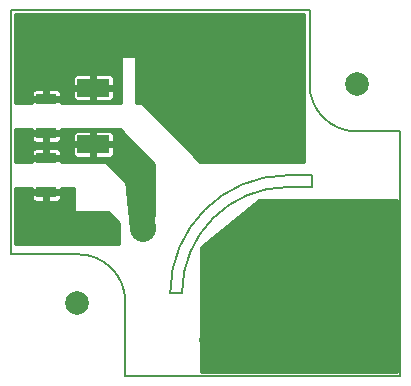
<source format=gbr>
G04 #@! TF.FileFunction,Copper,L1,Top,Signal*
%FSLAX46Y46*%
G04 Gerber Fmt 4.6, Leading zero omitted, Abs format (unit mm)*
G04 Created by KiCad (PCBNEW 4.0.7) date 10/05/18 10:38:53*
%MOMM*%
%LPD*%
G01*
G04 APERTURE LIST*
%ADD10C,0.100000*%
%ADD11C,0.150000*%
%ADD12C,1.998980*%
%ADD13C,2.000000*%
%ADD14R,1.700000X0.900000*%
%ADD15R,2.700000X1.500000*%
%ADD16O,3.600000X1.800000*%
%ADD17C,2.600000*%
%ADD18C,2.200000*%
%ADD19C,0.254000*%
G04 APERTURE END LIST*
D10*
X129600000Y-117800000D02*
X134000000Y-114350000D01*
X134004135Y-114354512D02*
G75*
G03X132950000Y-113100000I-554135J604512D01*
G01*
X128642620Y-116440405D02*
X132950000Y-113100000D01*
X128642620Y-116440405D02*
G75*
G03X129600000Y-117800000I507380J-659595D01*
G01*
X130908677Y-105407543D02*
G75*
G03X131152655Y-103800000I141323J800837D01*
G01*
X121950000Y-113400000D02*
X121525000Y-108550000D01*
X119950000Y-108750000D02*
X120350000Y-113500000D01*
X121524622Y-108550098D02*
G75*
G03X119950000Y-108750000I-774622J-199902D01*
G01*
X120350992Y-113513920D02*
G75*
G03X121950000Y-113400000I799008J63920D01*
G01*
X125550000Y-104550000D02*
X130900000Y-105400000D01*
X125800000Y-102950000D02*
X131150000Y-103800000D01*
X125815108Y-102944239D02*
G75*
G03X125550000Y-104550000I-115108J-805761D01*
G01*
D11*
X135500000Y-110000000D02*
X133500000Y-110000000D01*
X135500000Y-109000000D02*
X135500000Y-110000000D01*
X133500000Y-109000000D02*
X135500000Y-109000000D01*
X123500000Y-119000000D02*
X124500000Y-119000000D01*
X133500000Y-109000000D02*
G75*
G03X123500000Y-119000000I0J-10000000D01*
G01*
X133500000Y-110000000D02*
G75*
G03X124500000Y-119000000I0J-9000000D01*
G01*
X139300000Y-105300000D02*
X143000000Y-105300000D01*
X135300000Y-101300000D02*
X135300000Y-95000000D01*
X115700000Y-115700000D02*
X110000000Y-115700000D01*
X119700000Y-119700000D02*
X119700000Y-126000000D01*
X119700000Y-119700000D02*
G75*
G03X115700000Y-115700000I-4000000J0D01*
G01*
X135300000Y-101300000D02*
G75*
G03X139300000Y-105300000I4000000J0D01*
G01*
X143000000Y-126000000D02*
X119700000Y-126000000D01*
X143000000Y-105300000D02*
X143000000Y-126000000D01*
X110000000Y-95000000D02*
X135300000Y-95000000D01*
X110000000Y-115700000D02*
X110000000Y-95000000D01*
D12*
X139300000Y-101300000D03*
X115600000Y-119800000D03*
X133500000Y-106500000D03*
X127000000Y-123000000D03*
X123000000Y-103000000D03*
X123000000Y-100000000D03*
X131000000Y-97000000D03*
X127000000Y-97000000D03*
X123000000Y-97000000D03*
X139000000Y-123000000D03*
X135000000Y-123000000D03*
X131000000Y-123000000D03*
X129000000Y-120000000D03*
X141000000Y-120000000D03*
X139000000Y-117000000D03*
X135000000Y-117000000D03*
X141000000Y-114000000D03*
D13*
X111490000Y-98000000D03*
X115300000Y-98000000D03*
D14*
X113000000Y-110450000D03*
X113000000Y-107550000D03*
D15*
X117000000Y-106400000D03*
X117000000Y-101600000D03*
D14*
X113000000Y-102550000D03*
X113000000Y-105450000D03*
D12*
X137000000Y-114000000D03*
D16*
X132420000Y-120000000D03*
X137500000Y-120000000D03*
X117500000Y-113500000D03*
X112420000Y-113500000D03*
X127420000Y-100000000D03*
X132500000Y-100000000D03*
D17*
X125490517Y-103718950D02*
X131219109Y-104626270D01*
X129032310Y-117221786D02*
X133602772Y-113650950D01*
D18*
X120732111Y-108609513D02*
X121167889Y-113590487D01*
D19*
G36*
X134873000Y-107873000D02*
X126052606Y-107873000D01*
X121782951Y-103603345D01*
X124596018Y-103603345D01*
X124599512Y-103920909D01*
X124622342Y-104029424D01*
X124623932Y-104036984D01*
X124748687Y-104329038D01*
X124755018Y-104338291D01*
X124815666Y-104426931D01*
X125042688Y-104649013D01*
X125142032Y-104713823D01*
X125436761Y-104832122D01*
X125470294Y-104838409D01*
X125502299Y-104850234D01*
X130832686Y-105697118D01*
X130863059Y-105708101D01*
X130901727Y-105713970D01*
X130935252Y-105712436D01*
X130968540Y-105716672D01*
X131285067Y-105694550D01*
X131285068Y-105694550D01*
X131399507Y-105663355D01*
X131683471Y-105521787D01*
X131683473Y-105521786D01*
X131777263Y-105449172D01*
X131985439Y-105209711D01*
X132012787Y-105161866D01*
X132044302Y-105106731D01*
X132144993Y-104805832D01*
X132159966Y-104688166D01*
X132137844Y-104371639D01*
X132124547Y-104322858D01*
X132106649Y-104257199D01*
X131965080Y-103973232D01*
X131892464Y-103879442D01*
X131653005Y-103671267D01*
X131550025Y-103612404D01*
X131550023Y-103612404D01*
X131249126Y-103511713D01*
X131220009Y-103508008D01*
X131197701Y-103499766D01*
X125926245Y-102662245D01*
X125922191Y-102659724D01*
X125805160Y-102640402D01*
X125522487Y-102649657D01*
X125467865Y-102662393D01*
X125413016Y-102673932D01*
X125120962Y-102798687D01*
X125092370Y-102818250D01*
X125023069Y-102865666D01*
X124800987Y-103092688D01*
X124761372Y-103153412D01*
X124736177Y-103192032D01*
X124617878Y-103486761D01*
X124596018Y-103603345D01*
X121782951Y-103603345D01*
X121089803Y-102910197D01*
X121047789Y-102882334D01*
X121000000Y-102873000D01*
X120627000Y-102873000D01*
X120627000Y-99000000D01*
X120616994Y-98950590D01*
X120588553Y-98908965D01*
X120546159Y-98881685D01*
X120500000Y-98873000D01*
X119500000Y-98873000D01*
X119450590Y-98883006D01*
X119408965Y-98911447D01*
X119381685Y-98953841D01*
X119373000Y-99000000D01*
X119373000Y-102873000D01*
X114231000Y-102873000D01*
X114231000Y-102818250D01*
X114135750Y-102723000D01*
X113173000Y-102723000D01*
X113173000Y-102743000D01*
X112827000Y-102743000D01*
X112827000Y-102723000D01*
X111864250Y-102723000D01*
X111769000Y-102818250D01*
X111769000Y-102873000D01*
X110329000Y-102873000D01*
X110329000Y-102024214D01*
X111769000Y-102024214D01*
X111769000Y-102281750D01*
X111864250Y-102377000D01*
X112827000Y-102377000D01*
X112827000Y-101814250D01*
X113173000Y-101814250D01*
X113173000Y-102377000D01*
X114135750Y-102377000D01*
X114231000Y-102281750D01*
X114231000Y-102024214D01*
X114172996Y-101884180D01*
X114157066Y-101868250D01*
X115269000Y-101868250D01*
X115269000Y-102425786D01*
X115327004Y-102565820D01*
X115434181Y-102672996D01*
X115574215Y-102731000D01*
X116731750Y-102731000D01*
X116827000Y-102635750D01*
X116827000Y-101773000D01*
X117173000Y-101773000D01*
X117173000Y-102635750D01*
X117268250Y-102731000D01*
X118425785Y-102731000D01*
X118565819Y-102672996D01*
X118672996Y-102565820D01*
X118731000Y-102425786D01*
X118731000Y-101868250D01*
X118635750Y-101773000D01*
X117173000Y-101773000D01*
X116827000Y-101773000D01*
X115364250Y-101773000D01*
X115269000Y-101868250D01*
X114157066Y-101868250D01*
X114065819Y-101777004D01*
X113925785Y-101719000D01*
X113268250Y-101719000D01*
X113173000Y-101814250D01*
X112827000Y-101814250D01*
X112731750Y-101719000D01*
X112074215Y-101719000D01*
X111934181Y-101777004D01*
X111827004Y-101884180D01*
X111769000Y-102024214D01*
X110329000Y-102024214D01*
X110329000Y-100774214D01*
X115269000Y-100774214D01*
X115269000Y-101331750D01*
X115364250Y-101427000D01*
X116827000Y-101427000D01*
X116827000Y-100564250D01*
X117173000Y-100564250D01*
X117173000Y-101427000D01*
X118635750Y-101427000D01*
X118731000Y-101331750D01*
X118731000Y-100774214D01*
X118672996Y-100634180D01*
X118565819Y-100527004D01*
X118425785Y-100469000D01*
X117268250Y-100469000D01*
X117173000Y-100564250D01*
X116827000Y-100564250D01*
X116731750Y-100469000D01*
X115574215Y-100469000D01*
X115434181Y-100527004D01*
X115327004Y-100634180D01*
X115269000Y-100774214D01*
X110329000Y-100774214D01*
X110329000Y-95329000D01*
X134873000Y-95329000D01*
X134873000Y-107873000D01*
X134873000Y-107873000D01*
G37*
X134873000Y-107873000D02*
X126052606Y-107873000D01*
X121782951Y-103603345D01*
X124596018Y-103603345D01*
X124599512Y-103920909D01*
X124622342Y-104029424D01*
X124623932Y-104036984D01*
X124748687Y-104329038D01*
X124755018Y-104338291D01*
X124815666Y-104426931D01*
X125042688Y-104649013D01*
X125142032Y-104713823D01*
X125436761Y-104832122D01*
X125470294Y-104838409D01*
X125502299Y-104850234D01*
X130832686Y-105697118D01*
X130863059Y-105708101D01*
X130901727Y-105713970D01*
X130935252Y-105712436D01*
X130968540Y-105716672D01*
X131285067Y-105694550D01*
X131285068Y-105694550D01*
X131399507Y-105663355D01*
X131683471Y-105521787D01*
X131683473Y-105521786D01*
X131777263Y-105449172D01*
X131985439Y-105209711D01*
X132012787Y-105161866D01*
X132044302Y-105106731D01*
X132144993Y-104805832D01*
X132159966Y-104688166D01*
X132137844Y-104371639D01*
X132124547Y-104322858D01*
X132106649Y-104257199D01*
X131965080Y-103973232D01*
X131892464Y-103879442D01*
X131653005Y-103671267D01*
X131550025Y-103612404D01*
X131550023Y-103612404D01*
X131249126Y-103511713D01*
X131220009Y-103508008D01*
X131197701Y-103499766D01*
X125926245Y-102662245D01*
X125922191Y-102659724D01*
X125805160Y-102640402D01*
X125522487Y-102649657D01*
X125467865Y-102662393D01*
X125413016Y-102673932D01*
X125120962Y-102798687D01*
X125092370Y-102818250D01*
X125023069Y-102865666D01*
X124800987Y-103092688D01*
X124761372Y-103153412D01*
X124736177Y-103192032D01*
X124617878Y-103486761D01*
X124596018Y-103603345D01*
X121782951Y-103603345D01*
X121089803Y-102910197D01*
X121047789Y-102882334D01*
X121000000Y-102873000D01*
X120627000Y-102873000D01*
X120627000Y-99000000D01*
X120616994Y-98950590D01*
X120588553Y-98908965D01*
X120546159Y-98881685D01*
X120500000Y-98873000D01*
X119500000Y-98873000D01*
X119450590Y-98883006D01*
X119408965Y-98911447D01*
X119381685Y-98953841D01*
X119373000Y-99000000D01*
X119373000Y-102873000D01*
X114231000Y-102873000D01*
X114231000Y-102818250D01*
X114135750Y-102723000D01*
X113173000Y-102723000D01*
X113173000Y-102743000D01*
X112827000Y-102743000D01*
X112827000Y-102723000D01*
X111864250Y-102723000D01*
X111769000Y-102818250D01*
X111769000Y-102873000D01*
X110329000Y-102873000D01*
X110329000Y-102024214D01*
X111769000Y-102024214D01*
X111769000Y-102281750D01*
X111864250Y-102377000D01*
X112827000Y-102377000D01*
X112827000Y-101814250D01*
X113173000Y-101814250D01*
X113173000Y-102377000D01*
X114135750Y-102377000D01*
X114231000Y-102281750D01*
X114231000Y-102024214D01*
X114172996Y-101884180D01*
X114157066Y-101868250D01*
X115269000Y-101868250D01*
X115269000Y-102425786D01*
X115327004Y-102565820D01*
X115434181Y-102672996D01*
X115574215Y-102731000D01*
X116731750Y-102731000D01*
X116827000Y-102635750D01*
X116827000Y-101773000D01*
X117173000Y-101773000D01*
X117173000Y-102635750D01*
X117268250Y-102731000D01*
X118425785Y-102731000D01*
X118565819Y-102672996D01*
X118672996Y-102565820D01*
X118731000Y-102425786D01*
X118731000Y-101868250D01*
X118635750Y-101773000D01*
X117173000Y-101773000D01*
X116827000Y-101773000D01*
X115364250Y-101773000D01*
X115269000Y-101868250D01*
X114157066Y-101868250D01*
X114065819Y-101777004D01*
X113925785Y-101719000D01*
X113268250Y-101719000D01*
X113173000Y-101814250D01*
X112827000Y-101814250D01*
X112731750Y-101719000D01*
X112074215Y-101719000D01*
X111934181Y-101777004D01*
X111827004Y-101884180D01*
X111769000Y-102024214D01*
X110329000Y-102024214D01*
X110329000Y-100774214D01*
X115269000Y-100774214D01*
X115269000Y-101331750D01*
X115364250Y-101427000D01*
X116827000Y-101427000D01*
X116827000Y-100564250D01*
X117173000Y-100564250D01*
X117173000Y-101427000D01*
X118635750Y-101427000D01*
X118731000Y-101331750D01*
X118731000Y-100774214D01*
X118672996Y-100634180D01*
X118565819Y-100527004D01*
X118425785Y-100469000D01*
X117268250Y-100469000D01*
X117173000Y-100564250D01*
X116827000Y-100564250D01*
X116731750Y-100469000D01*
X115574215Y-100469000D01*
X115434181Y-100527004D01*
X115327004Y-100634180D01*
X115269000Y-100774214D01*
X110329000Y-100774214D01*
X110329000Y-95329000D01*
X134873000Y-95329000D01*
X134873000Y-107873000D01*
G36*
X131082471Y-104097084D02*
X131299739Y-104169789D01*
X131447929Y-104298618D01*
X131535540Y-104474351D01*
X131549230Y-104670234D01*
X131486917Y-104856446D01*
X131358088Y-105004635D01*
X131182353Y-105092246D01*
X130967912Y-105107233D01*
X130947701Y-105099766D01*
X125631489Y-104255134D01*
X125424628Y-104172104D01*
X125284057Y-104034591D01*
X125206811Y-103853756D01*
X125204647Y-103657120D01*
X125277896Y-103474628D01*
X125415409Y-103334057D01*
X125599396Y-103255464D01*
X125753469Y-103250420D01*
X131082471Y-104097084D01*
X131082471Y-104097084D01*
G37*
X131082471Y-104097084D02*
X131299739Y-104169789D01*
X131447929Y-104298618D01*
X131535540Y-104474351D01*
X131549230Y-104670234D01*
X131486917Y-104856446D01*
X131358088Y-105004635D01*
X131182353Y-105092246D01*
X130967912Y-105107233D01*
X130947701Y-105099766D01*
X125631489Y-104255134D01*
X125424628Y-104172104D01*
X125284057Y-104034591D01*
X125206811Y-103853756D01*
X125204647Y-103657120D01*
X125277896Y-103474628D01*
X125415409Y-103334057D01*
X125599396Y-103255464D01*
X125753469Y-103250420D01*
X131082471Y-104097084D01*
G36*
X120937533Y-108297258D02*
X121096514Y-108403487D01*
X121213704Y-108578873D01*
X121225443Y-108613988D01*
X121644212Y-113392882D01*
X121615034Y-113609433D01*
X121518624Y-113775257D01*
X121366096Y-113891563D01*
X121180667Y-113940648D01*
X120990567Y-113915034D01*
X120824743Y-113818624D01*
X120707603Y-113665002D01*
X120651834Y-113461496D01*
X120256528Y-108767235D01*
X120297258Y-108562467D01*
X120403487Y-108403486D01*
X120562467Y-108297258D01*
X120750000Y-108259956D01*
X120937533Y-108297258D01*
X120937533Y-108297258D01*
G37*
X120937533Y-108297258D02*
X121096514Y-108403487D01*
X121213704Y-108578873D01*
X121225443Y-108613988D01*
X121644212Y-113392882D01*
X121615034Y-113609433D01*
X121518624Y-113775257D01*
X121366096Y-113891563D01*
X121180667Y-113940648D01*
X120990567Y-113915034D01*
X120824743Y-113818624D01*
X120707603Y-113665002D01*
X120651834Y-113461496D01*
X120256528Y-108767235D01*
X120297258Y-108562467D01*
X120403487Y-108403486D01*
X120562467Y-108297258D01*
X120750000Y-108259956D01*
X120937533Y-108297258D01*
G36*
X111769000Y-105181750D02*
X111864250Y-105277000D01*
X112827000Y-105277000D01*
X112827000Y-105257000D01*
X113173000Y-105257000D01*
X113173000Y-105277000D01*
X114135750Y-105277000D01*
X114231000Y-105181750D01*
X114231000Y-105127000D01*
X119247394Y-105127000D01*
X122173000Y-108052606D01*
X122173000Y-112462350D01*
X121827839Y-108523463D01*
X121817131Y-108486746D01*
X121812938Y-108453714D01*
X121777420Y-108347468D01*
X121757352Y-108312335D01*
X121741870Y-108274958D01*
X121568451Y-108015421D01*
X121484579Y-107931549D01*
X121225041Y-107758130D01*
X121225040Y-107758129D01*
X121115454Y-107712737D01*
X120809307Y-107651841D01*
X120750000Y-107651841D01*
X120384546Y-107712737D01*
X120274960Y-107758129D01*
X120274958Y-107758130D01*
X120015421Y-107931549D01*
X119931549Y-108015421D01*
X119758131Y-108274958D01*
X119758129Y-108274960D01*
X119712737Y-108384546D01*
X119651841Y-108690693D01*
X119651841Y-108733233D01*
X119647072Y-108775510D01*
X119711405Y-109539463D01*
X119689803Y-109510197D01*
X118089803Y-107910197D01*
X118047789Y-107882334D01*
X118000000Y-107873000D01*
X114231000Y-107873000D01*
X114231000Y-107818250D01*
X114135750Y-107723000D01*
X113173000Y-107723000D01*
X113173000Y-107743000D01*
X112827000Y-107743000D01*
X112827000Y-107723000D01*
X111864250Y-107723000D01*
X111769000Y-107818250D01*
X111769000Y-107873000D01*
X110329000Y-107873000D01*
X110329000Y-107024214D01*
X111769000Y-107024214D01*
X111769000Y-107281750D01*
X111864250Y-107377000D01*
X112827000Y-107377000D01*
X112827000Y-106814250D01*
X113173000Y-106814250D01*
X113173000Y-107377000D01*
X114135750Y-107377000D01*
X114231000Y-107281750D01*
X114231000Y-107024214D01*
X114172996Y-106884180D01*
X114065819Y-106777004D01*
X113925785Y-106719000D01*
X113268250Y-106719000D01*
X113173000Y-106814250D01*
X112827000Y-106814250D01*
X112731750Y-106719000D01*
X112074215Y-106719000D01*
X111934181Y-106777004D01*
X111827004Y-106884180D01*
X111769000Y-107024214D01*
X110329000Y-107024214D01*
X110329000Y-106668250D01*
X115269000Y-106668250D01*
X115269000Y-107225786D01*
X115327004Y-107365820D01*
X115434181Y-107472996D01*
X115574215Y-107531000D01*
X116731750Y-107531000D01*
X116827000Y-107435750D01*
X116827000Y-106573000D01*
X117173000Y-106573000D01*
X117173000Y-107435750D01*
X117268250Y-107531000D01*
X118425785Y-107531000D01*
X118565819Y-107472996D01*
X118672996Y-107365820D01*
X118731000Y-107225786D01*
X118731000Y-106668250D01*
X118635750Y-106573000D01*
X117173000Y-106573000D01*
X116827000Y-106573000D01*
X115364250Y-106573000D01*
X115269000Y-106668250D01*
X110329000Y-106668250D01*
X110329000Y-105718250D01*
X111769000Y-105718250D01*
X111769000Y-105975786D01*
X111827004Y-106115820D01*
X111934181Y-106222996D01*
X112074215Y-106281000D01*
X112731750Y-106281000D01*
X112827000Y-106185750D01*
X112827000Y-105623000D01*
X113173000Y-105623000D01*
X113173000Y-106185750D01*
X113268250Y-106281000D01*
X113925785Y-106281000D01*
X114065819Y-106222996D01*
X114172996Y-106115820D01*
X114231000Y-105975786D01*
X114231000Y-105718250D01*
X114135750Y-105623000D01*
X113173000Y-105623000D01*
X112827000Y-105623000D01*
X111864250Y-105623000D01*
X111769000Y-105718250D01*
X110329000Y-105718250D01*
X110329000Y-105574214D01*
X115269000Y-105574214D01*
X115269000Y-106131750D01*
X115364250Y-106227000D01*
X116827000Y-106227000D01*
X116827000Y-105364250D01*
X117173000Y-105364250D01*
X117173000Y-106227000D01*
X118635750Y-106227000D01*
X118731000Y-106131750D01*
X118731000Y-105574214D01*
X118672996Y-105434180D01*
X118565819Y-105327004D01*
X118425785Y-105269000D01*
X117268250Y-105269000D01*
X117173000Y-105364250D01*
X116827000Y-105364250D01*
X116731750Y-105269000D01*
X115574215Y-105269000D01*
X115434181Y-105327004D01*
X115327004Y-105434180D01*
X115269000Y-105574214D01*
X110329000Y-105574214D01*
X110329000Y-105127000D01*
X111769000Y-105127000D01*
X111769000Y-105181750D01*
X111769000Y-105181750D01*
G37*
X111769000Y-105181750D02*
X111864250Y-105277000D01*
X112827000Y-105277000D01*
X112827000Y-105257000D01*
X113173000Y-105257000D01*
X113173000Y-105277000D01*
X114135750Y-105277000D01*
X114231000Y-105181750D01*
X114231000Y-105127000D01*
X119247394Y-105127000D01*
X122173000Y-108052606D01*
X122173000Y-112462350D01*
X121827839Y-108523463D01*
X121817131Y-108486746D01*
X121812938Y-108453714D01*
X121777420Y-108347468D01*
X121757352Y-108312335D01*
X121741870Y-108274958D01*
X121568451Y-108015421D01*
X121484579Y-107931549D01*
X121225041Y-107758130D01*
X121225040Y-107758129D01*
X121115454Y-107712737D01*
X120809307Y-107651841D01*
X120750000Y-107651841D01*
X120384546Y-107712737D01*
X120274960Y-107758129D01*
X120274958Y-107758130D01*
X120015421Y-107931549D01*
X119931549Y-108015421D01*
X119758131Y-108274958D01*
X119758129Y-108274960D01*
X119712737Y-108384546D01*
X119651841Y-108690693D01*
X119651841Y-108733233D01*
X119647072Y-108775510D01*
X119711405Y-109539463D01*
X119689803Y-109510197D01*
X118089803Y-107910197D01*
X118047789Y-107882334D01*
X118000000Y-107873000D01*
X114231000Y-107873000D01*
X114231000Y-107818250D01*
X114135750Y-107723000D01*
X113173000Y-107723000D01*
X113173000Y-107743000D01*
X112827000Y-107743000D01*
X112827000Y-107723000D01*
X111864250Y-107723000D01*
X111769000Y-107818250D01*
X111769000Y-107873000D01*
X110329000Y-107873000D01*
X110329000Y-107024214D01*
X111769000Y-107024214D01*
X111769000Y-107281750D01*
X111864250Y-107377000D01*
X112827000Y-107377000D01*
X112827000Y-106814250D01*
X113173000Y-106814250D01*
X113173000Y-107377000D01*
X114135750Y-107377000D01*
X114231000Y-107281750D01*
X114231000Y-107024214D01*
X114172996Y-106884180D01*
X114065819Y-106777004D01*
X113925785Y-106719000D01*
X113268250Y-106719000D01*
X113173000Y-106814250D01*
X112827000Y-106814250D01*
X112731750Y-106719000D01*
X112074215Y-106719000D01*
X111934181Y-106777004D01*
X111827004Y-106884180D01*
X111769000Y-107024214D01*
X110329000Y-107024214D01*
X110329000Y-106668250D01*
X115269000Y-106668250D01*
X115269000Y-107225786D01*
X115327004Y-107365820D01*
X115434181Y-107472996D01*
X115574215Y-107531000D01*
X116731750Y-107531000D01*
X116827000Y-107435750D01*
X116827000Y-106573000D01*
X117173000Y-106573000D01*
X117173000Y-107435750D01*
X117268250Y-107531000D01*
X118425785Y-107531000D01*
X118565819Y-107472996D01*
X118672996Y-107365820D01*
X118731000Y-107225786D01*
X118731000Y-106668250D01*
X118635750Y-106573000D01*
X117173000Y-106573000D01*
X116827000Y-106573000D01*
X115364250Y-106573000D01*
X115269000Y-106668250D01*
X110329000Y-106668250D01*
X110329000Y-105718250D01*
X111769000Y-105718250D01*
X111769000Y-105975786D01*
X111827004Y-106115820D01*
X111934181Y-106222996D01*
X112074215Y-106281000D01*
X112731750Y-106281000D01*
X112827000Y-106185750D01*
X112827000Y-105623000D01*
X113173000Y-105623000D01*
X113173000Y-106185750D01*
X113268250Y-106281000D01*
X113925785Y-106281000D01*
X114065819Y-106222996D01*
X114172996Y-106115820D01*
X114231000Y-105975786D01*
X114231000Y-105718250D01*
X114135750Y-105623000D01*
X113173000Y-105623000D01*
X112827000Y-105623000D01*
X111864250Y-105623000D01*
X111769000Y-105718250D01*
X110329000Y-105718250D01*
X110329000Y-105574214D01*
X115269000Y-105574214D01*
X115269000Y-106131750D01*
X115364250Y-106227000D01*
X116827000Y-106227000D01*
X116827000Y-105364250D01*
X117173000Y-105364250D01*
X117173000Y-106227000D01*
X118635750Y-106227000D01*
X118731000Y-106131750D01*
X118731000Y-105574214D01*
X118672996Y-105434180D01*
X118565819Y-105327004D01*
X118425785Y-105269000D01*
X117268250Y-105269000D01*
X117173000Y-105364250D01*
X116827000Y-105364250D01*
X116731750Y-105269000D01*
X115574215Y-105269000D01*
X115434181Y-105327004D01*
X115327004Y-105434180D01*
X115269000Y-105574214D01*
X110329000Y-105574214D01*
X110329000Y-105127000D01*
X111769000Y-105127000D01*
X111769000Y-105181750D01*
G36*
X111769000Y-110181750D02*
X111864250Y-110277000D01*
X112827000Y-110277000D01*
X112827000Y-110257000D01*
X113173000Y-110257000D01*
X113173000Y-110277000D01*
X114135750Y-110277000D01*
X114231000Y-110181750D01*
X114231000Y-110127000D01*
X115373000Y-110127000D01*
X115373000Y-112000000D01*
X115383006Y-112049410D01*
X115411447Y-112091035D01*
X115453841Y-112118315D01*
X115500000Y-112127000D01*
X118247394Y-112127000D01*
X119173000Y-113052606D01*
X119173000Y-114873000D01*
X110329000Y-114873000D01*
X110329000Y-110718250D01*
X111769000Y-110718250D01*
X111769000Y-110975786D01*
X111827004Y-111115820D01*
X111934181Y-111222996D01*
X112074215Y-111281000D01*
X112731750Y-111281000D01*
X112827000Y-111185750D01*
X112827000Y-110623000D01*
X113173000Y-110623000D01*
X113173000Y-111185750D01*
X113268250Y-111281000D01*
X113925785Y-111281000D01*
X114065819Y-111222996D01*
X114172996Y-111115820D01*
X114231000Y-110975786D01*
X114231000Y-110718250D01*
X114135750Y-110623000D01*
X113173000Y-110623000D01*
X112827000Y-110623000D01*
X111864250Y-110623000D01*
X111769000Y-110718250D01*
X110329000Y-110718250D01*
X110329000Y-110127000D01*
X111769000Y-110127000D01*
X111769000Y-110181750D01*
X111769000Y-110181750D01*
G37*
X111769000Y-110181750D02*
X111864250Y-110277000D01*
X112827000Y-110277000D01*
X112827000Y-110257000D01*
X113173000Y-110257000D01*
X113173000Y-110277000D01*
X114135750Y-110277000D01*
X114231000Y-110181750D01*
X114231000Y-110127000D01*
X115373000Y-110127000D01*
X115373000Y-112000000D01*
X115383006Y-112049410D01*
X115411447Y-112091035D01*
X115453841Y-112118315D01*
X115500000Y-112127000D01*
X118247394Y-112127000D01*
X119173000Y-113052606D01*
X119173000Y-114873000D01*
X110329000Y-114873000D01*
X110329000Y-110718250D01*
X111769000Y-110718250D01*
X111769000Y-110975786D01*
X111827004Y-111115820D01*
X111934181Y-111222996D01*
X112074215Y-111281000D01*
X112731750Y-111281000D01*
X112827000Y-111185750D01*
X112827000Y-110623000D01*
X113173000Y-110623000D01*
X113173000Y-111185750D01*
X113268250Y-111281000D01*
X113925785Y-111281000D01*
X114065819Y-111222996D01*
X114172996Y-111115820D01*
X114231000Y-110975786D01*
X114231000Y-110718250D01*
X114135750Y-110623000D01*
X113173000Y-110623000D01*
X112827000Y-110623000D01*
X111864250Y-110623000D01*
X111769000Y-110718250D01*
X110329000Y-110718250D01*
X110329000Y-110127000D01*
X111769000Y-110127000D01*
X111769000Y-110181750D01*
G36*
X142671000Y-111126600D02*
X142671000Y-125671000D01*
X126127000Y-125671000D01*
X126127000Y-117242482D01*
X128027125Y-117242482D01*
X128048201Y-117359210D01*
X128167124Y-117661343D01*
X128206167Y-117722077D01*
X128231266Y-117761120D01*
X128456758Y-117994744D01*
X128491321Y-118018734D01*
X128554200Y-118062379D01*
X128851931Y-118191928D01*
X128967839Y-118217125D01*
X129292482Y-118222875D01*
X129292484Y-118222875D01*
X129328189Y-118216428D01*
X129409210Y-118201799D01*
X129711343Y-118082876D01*
X129748338Y-118059093D01*
X129787578Y-118039229D01*
X134144848Y-114622733D01*
X134150538Y-114620935D01*
X134241351Y-114544629D01*
X134397899Y-114349298D01*
X134422279Y-114302386D01*
X134448667Y-114256553D01*
X134551156Y-113953439D01*
X134566498Y-113835820D01*
X134566498Y-113835819D01*
X134545188Y-113516558D01*
X134514351Y-113402021D01*
X134514350Y-113402019D01*
X134372488Y-113115218D01*
X134300167Y-113021201D01*
X134059350Y-112810520D01*
X134059348Y-112810517D01*
X133956553Y-112751333D01*
X133653439Y-112648844D01*
X133535820Y-112633502D01*
X133216558Y-112654812D01*
X133102021Y-112685649D01*
X133102019Y-112685650D01*
X132815218Y-112827512D01*
X132791017Y-112846128D01*
X132763702Y-112859773D01*
X128456322Y-116200178D01*
X128441257Y-116217536D01*
X128422465Y-116230768D01*
X128246221Y-116415855D01*
X128217858Y-116460639D01*
X128187621Y-116504200D01*
X128058072Y-116801931D01*
X128032875Y-116917839D01*
X128027125Y-117242482D01*
X126127000Y-117242482D01*
X126127000Y-115046430D01*
X131044481Y-111112445D01*
X142671000Y-111126600D01*
X142671000Y-111126600D01*
G37*
X142671000Y-111126600D02*
X142671000Y-125671000D01*
X126127000Y-125671000D01*
X126127000Y-117242482D01*
X128027125Y-117242482D01*
X128048201Y-117359210D01*
X128167124Y-117661343D01*
X128206167Y-117722077D01*
X128231266Y-117761120D01*
X128456758Y-117994744D01*
X128491321Y-118018734D01*
X128554200Y-118062379D01*
X128851931Y-118191928D01*
X128967839Y-118217125D01*
X129292482Y-118222875D01*
X129292484Y-118222875D01*
X129328189Y-118216428D01*
X129409210Y-118201799D01*
X129711343Y-118082876D01*
X129748338Y-118059093D01*
X129787578Y-118039229D01*
X134144848Y-114622733D01*
X134150538Y-114620935D01*
X134241351Y-114544629D01*
X134397899Y-114349298D01*
X134422279Y-114302386D01*
X134448667Y-114256553D01*
X134551156Y-113953439D01*
X134566498Y-113835820D01*
X134566498Y-113835819D01*
X134545188Y-113516558D01*
X134514351Y-113402021D01*
X134514350Y-113402019D01*
X134372488Y-113115218D01*
X134300167Y-113021201D01*
X134059350Y-112810520D01*
X134059348Y-112810517D01*
X133956553Y-112751333D01*
X133653439Y-112648844D01*
X133535820Y-112633502D01*
X133216558Y-112654812D01*
X133102021Y-112685649D01*
X133102019Y-112685650D01*
X132815218Y-112827512D01*
X132791017Y-112846128D01*
X132763702Y-112859773D01*
X128456322Y-116200178D01*
X128441257Y-116217536D01*
X128422465Y-116230768D01*
X128246221Y-116415855D01*
X128217858Y-116460639D01*
X128187621Y-116504200D01*
X128058072Y-116801931D01*
X128032875Y-116917839D01*
X128027125Y-117242482D01*
X126127000Y-117242482D01*
X126127000Y-115046430D01*
X131044481Y-111112445D01*
X142671000Y-111126600D01*
G36*
X133704523Y-113307930D02*
X133854322Y-113438983D01*
X133942565Y-113617385D01*
X133955821Y-113815978D01*
X133889896Y-114010951D01*
X133805619Y-114116106D01*
X129447354Y-117533382D01*
X129242790Y-117613900D01*
X129039068Y-117610292D01*
X128852232Y-117528996D01*
X128710728Y-117382389D01*
X128636100Y-117192790D01*
X128639708Y-116989068D01*
X128723653Y-116796144D01*
X128846997Y-116666611D01*
X133112161Y-113358945D01*
X133317385Y-113257435D01*
X133515978Y-113244179D01*
X133704523Y-113307930D01*
X133704523Y-113307930D01*
G37*
X133704523Y-113307930D02*
X133854322Y-113438983D01*
X133942565Y-113617385D01*
X133955821Y-113815978D01*
X133889896Y-114010951D01*
X133805619Y-114116106D01*
X129447354Y-117533382D01*
X129242790Y-117613900D01*
X129039068Y-117610292D01*
X128852232Y-117528996D01*
X128710728Y-117382389D01*
X128636100Y-117192790D01*
X128639708Y-116989068D01*
X128723653Y-116796144D01*
X128846997Y-116666611D01*
X133112161Y-113358945D01*
X133317385Y-113257435D01*
X133515978Y-113244179D01*
X133704523Y-113307930D01*
M02*

</source>
